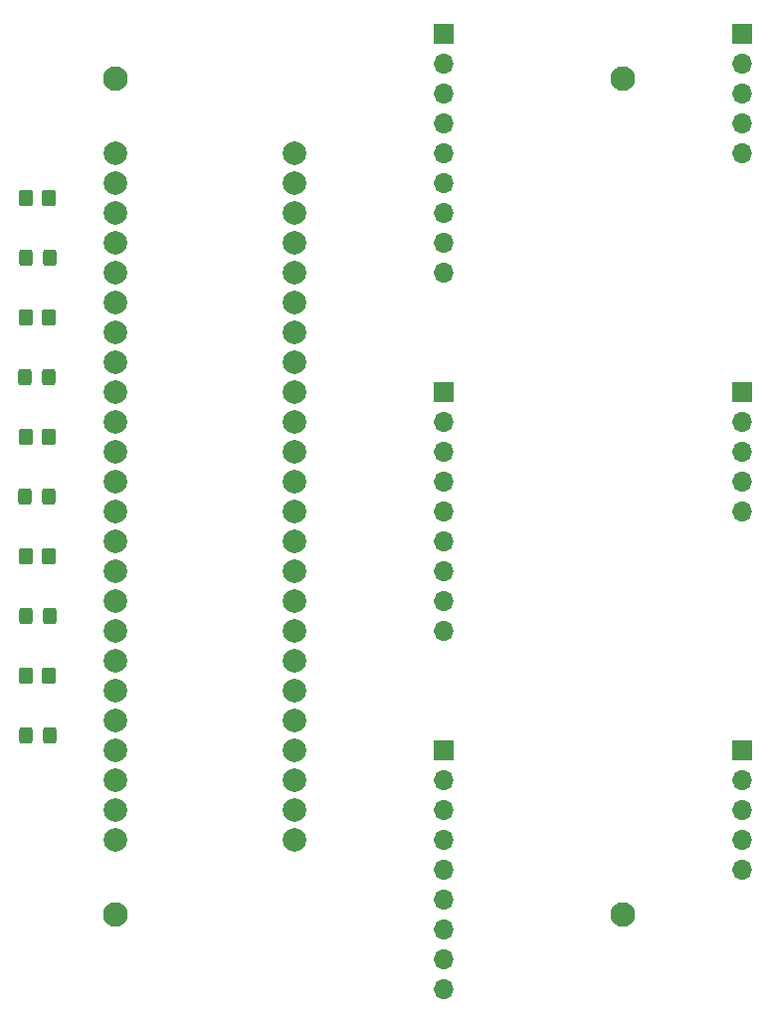
<source format=gbr>
%TF.GenerationSoftware,KiCad,Pcbnew,7.0.7*%
%TF.CreationDate,2024-03-24T00:47:58-04:00*%
%TF.ProjectId,Ground Reciever,47726f75-6e64-4205-9265-636965766572,rev?*%
%TF.SameCoordinates,Original*%
%TF.FileFunction,Soldermask,Top*%
%TF.FilePolarity,Negative*%
%FSLAX46Y46*%
G04 Gerber Fmt 4.6, Leading zero omitted, Abs format (unit mm)*
G04 Created by KiCad (PCBNEW 7.0.7) date 2024-03-24 00:47:58*
%MOMM*%
%LPD*%
G01*
G04 APERTURE LIST*
G04 Aperture macros list*
%AMRoundRect*
0 Rectangle with rounded corners*
0 $1 Rounding radius*
0 $2 $3 $4 $5 $6 $7 $8 $9 X,Y pos of 4 corners*
0 Add a 4 corners polygon primitive as box body*
4,1,4,$2,$3,$4,$5,$6,$7,$8,$9,$2,$3,0*
0 Add four circle primitives for the rounded corners*
1,1,$1+$1,$2,$3*
1,1,$1+$1,$4,$5*
1,1,$1+$1,$6,$7*
1,1,$1+$1,$8,$9*
0 Add four rect primitives between the rounded corners*
20,1,$1+$1,$2,$3,$4,$5,0*
20,1,$1+$1,$4,$5,$6,$7,0*
20,1,$1+$1,$6,$7,$8,$9,0*
20,1,$1+$1,$8,$9,$2,$3,0*%
G04 Aperture macros list end*
%ADD10R,1.700000X1.700000*%
%ADD11O,1.700000X1.700000*%
%ADD12RoundRect,0.250000X-0.350000X-0.450000X0.350000X-0.450000X0.350000X0.450000X-0.350000X0.450000X0*%
%ADD13C,2.100000*%
%ADD14C,2.000000*%
%ADD15RoundRect,0.250000X-0.325000X-0.450000X0.325000X-0.450000X0.325000X0.450000X-0.325000X0.450000X0*%
%ADD16RoundRect,0.250000X0.325000X0.450000X-0.325000X0.450000X-0.325000X-0.450000X0.325000X-0.450000X0*%
%ADD17RoundRect,0.250000X0.350000X0.450000X-0.350000X0.450000X-0.350000X-0.450000X0.350000X-0.450000X0*%
G04 APERTURE END LIST*
D10*
%TO.C,J3*%
X152400000Y-85090000D03*
D11*
X152400000Y-87630000D03*
X152400000Y-90170000D03*
X152400000Y-92710000D03*
X152400000Y-95250000D03*
X152400000Y-97790000D03*
X152400000Y-100330000D03*
X152400000Y-102870000D03*
X152400000Y-105410000D03*
%TD*%
D12*
%TO.C,R2*%
X116840000Y-88900000D03*
X118840000Y-88900000D03*
%TD*%
D13*
%TO.C,H1*%
X167640000Y-129540000D03*
%TD*%
D12*
%TO.C,R4*%
X116840000Y-68580000D03*
X118840000Y-68580000D03*
%TD*%
D13*
%TO.C,H4*%
X124460000Y-58420000D03*
%TD*%
D10*
%TO.C,J2*%
X177800000Y-54610000D03*
D11*
X177800000Y-57150000D03*
X177800000Y-59690000D03*
X177800000Y-62230000D03*
X177800000Y-64770000D03*
%TD*%
D14*
%TO.C,Teensy4.1*%
X124460000Y-64770000D03*
X124460000Y-67310000D03*
X124460000Y-69850000D03*
X124460000Y-72390000D03*
X124460000Y-74930000D03*
X124460000Y-77470000D03*
X124460000Y-80010000D03*
X124460000Y-82550000D03*
X124460000Y-85090000D03*
X124460000Y-87630000D03*
X124460000Y-90170000D03*
X124460000Y-92710000D03*
X124460000Y-95250000D03*
X124460000Y-97790000D03*
X124460000Y-100330000D03*
X124460000Y-102870000D03*
X124460000Y-105410000D03*
X124460000Y-107950000D03*
X124460000Y-110490000D03*
X124460000Y-113030000D03*
X124460000Y-115570000D03*
X124460000Y-118110000D03*
X124460000Y-120650000D03*
X124460000Y-123190000D03*
X139700000Y-123190000D03*
X139700000Y-120650000D03*
X139700000Y-118110000D03*
X139700000Y-115570000D03*
X139700000Y-113030000D03*
X139700000Y-110490000D03*
X139700000Y-107950000D03*
X139700000Y-105410000D03*
X139700000Y-102870000D03*
X139700000Y-100330000D03*
X139700000Y-97790000D03*
X139700000Y-95250000D03*
X139700000Y-92710000D03*
X139700000Y-90170000D03*
X139700000Y-87630000D03*
X139700000Y-85090000D03*
X139700000Y-82550000D03*
X139700000Y-80010000D03*
X139700000Y-77470000D03*
X139700000Y-74930000D03*
X139700000Y-72390000D03*
X139700000Y-69850000D03*
X139700000Y-67310000D03*
X139700000Y-64770000D03*
%TD*%
D10*
%TO.C,J5*%
X152400000Y-115570000D03*
D11*
X152400000Y-118110000D03*
X152400000Y-120650000D03*
X152400000Y-123190000D03*
X152400000Y-125730000D03*
X152400000Y-128270000D03*
X152400000Y-130810000D03*
X152400000Y-133350000D03*
X152400000Y-135890000D03*
%TD*%
D15*
%TO.C,D3*%
X116840000Y-104140000D03*
X118890000Y-104140000D03*
%TD*%
D13*
%TO.C,H3*%
X167640000Y-58420000D03*
%TD*%
D16*
%TO.C,D4*%
X118890000Y-73660000D03*
X116840000Y-73660000D03*
%TD*%
D12*
%TO.C,R3*%
X116840000Y-99060000D03*
X118840000Y-99060000D03*
%TD*%
D15*
%TO.C,D2*%
X116815000Y-93980000D03*
X118865000Y-93980000D03*
%TD*%
D16*
%TO.C,D1*%
X118865000Y-83820000D03*
X116815000Y-83820000D03*
%TD*%
D12*
%TO.C,R1*%
X116840000Y-78740000D03*
X118840000Y-78740000D03*
%TD*%
D10*
%TO.C,J6*%
X177800000Y-115570000D03*
D11*
X177800000Y-118110000D03*
X177800000Y-120650000D03*
X177800000Y-123190000D03*
X177800000Y-125730000D03*
%TD*%
D13*
%TO.C,H2*%
X124460000Y-129540000D03*
%TD*%
D10*
%TO.C,J4*%
X177800000Y-85090000D03*
D11*
X177800000Y-87630000D03*
X177800000Y-90170000D03*
X177800000Y-92710000D03*
X177800000Y-95250000D03*
%TD*%
D10*
%TO.C,J1*%
X152400000Y-54610000D03*
D11*
X152400000Y-57150000D03*
X152400000Y-59690000D03*
X152400000Y-62230000D03*
X152400000Y-64770000D03*
X152400000Y-67310000D03*
X152400000Y-69850000D03*
X152400000Y-72390000D03*
X152400000Y-74930000D03*
%TD*%
D17*
%TO.C,R5*%
X118840000Y-109220000D03*
X116840000Y-109220000D03*
%TD*%
D15*
%TO.C,D5*%
X116840000Y-114300000D03*
X118890000Y-114300000D03*
%TD*%
M02*

</source>
